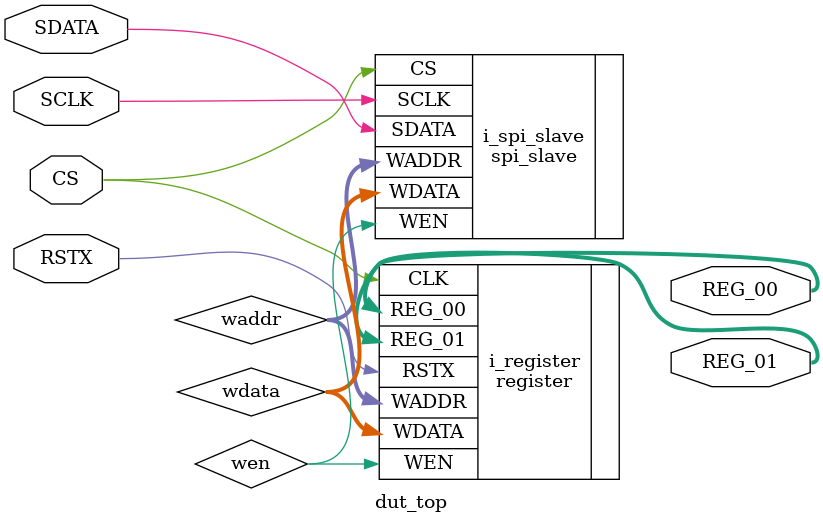
<source format=v>
module dut_top(
 input        RSTX,
 input        CS,
 input        SCLK,
 input        SDATA,
 output [7:0] REG_00,
 output [7:0] REG_01
);

wire       wen;
wire [7:0] waddr;
wire [7:0] wdata;
spi_slave i_spi_slave (
 .CS    (CS),
 .SCLK  (SCLK),
 .SDATA (SDATA),
 .WEN   (wen),
 .WADDR (waddr),
 .WDATA (wdata)
);

register i_register (
 .RSTX   (RSTX),
 .CLK    (CS),
 .WEN    (wen),
 .WADDR  (waddr),
 .WDATA  (wdata),
 .REG_00 (REG_00),
 .REG_01 (REG_01)
);

endmodule

</source>
